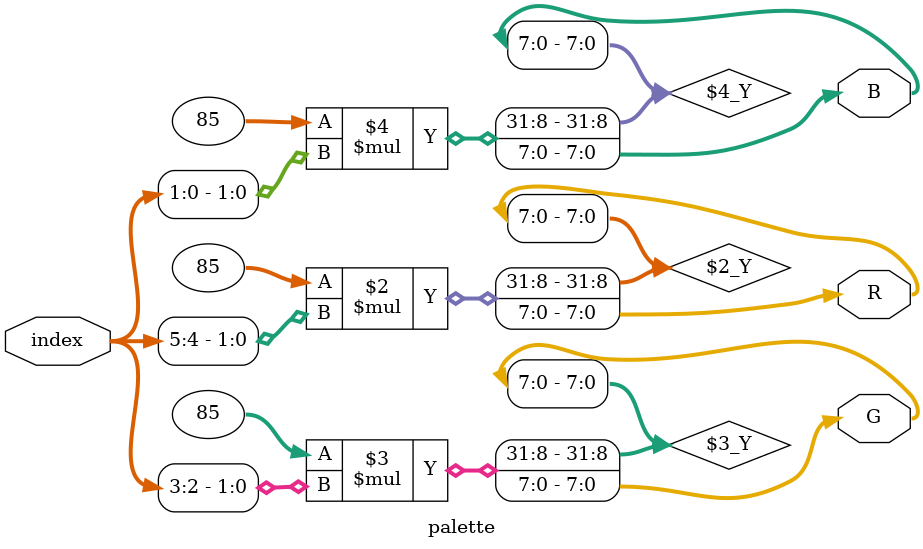
<source format=sv>
module palette(
		input 	logic [5:0] 	index,
		output 	logic [7:0] 	R, G, B
);

	
	always_comb begin
		R = 85 * index[5:4];
		G = 85 * index[3:2];
		B = 85 * index[1:0];
	end
	
		
endmodule

</source>
